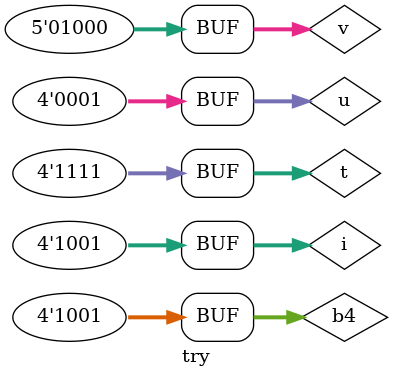
<source format=v>
module eq(i,p);
    input[3:0]i;
    // output reg j;
    output [7:0]p;
    wire p,q;
    // wire[7:0] p;
    assign p={i,i[3:2],i[1:0]};
    assign q={i,i[3:2],i[1:0]};
endmodule
module try;
    reg z,x;
    wire a1;
    wire [7:0] b8,c8,d8;
    wire [3:0] i=4'b1001;
    wire [3:0] b4;
    reg [3:0] t,u;
    reg [4:0] v;
    assign b4=4'b1001;
    // assign b8={i,i[3:2],i[1:0]};
    // assign wire [3:0]a=a4;
    // eq axx(a4,b8);
    // eq s(a4,b8);
    initial begin
        // a=4'b1010;
        t=4'b1111;
        u=4'b0001;
        #5
        v=(0+t+u)>>1;
        x=a1;
        // assign 
        // #1
        // $display("%b %b %b %b",a1,a4,b8,c8,d8);
    end
    always @(v) begin
        // $display("%b %b",b8,a4);
        $display("%b %b\n",t,v);
    end
endmodule
</source>
